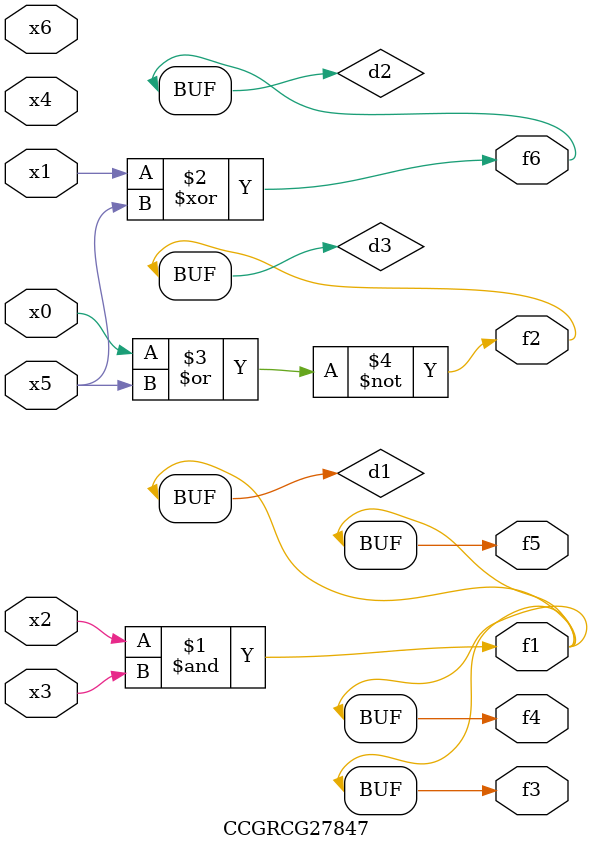
<source format=v>
module CCGRCG27847(
	input x0, x1, x2, x3, x4, x5, x6,
	output f1, f2, f3, f4, f5, f6
);

	wire d1, d2, d3;

	and (d1, x2, x3);
	xor (d2, x1, x5);
	nor (d3, x0, x5);
	assign f1 = d1;
	assign f2 = d3;
	assign f3 = d1;
	assign f4 = d1;
	assign f5 = d1;
	assign f6 = d2;
endmodule

</source>
